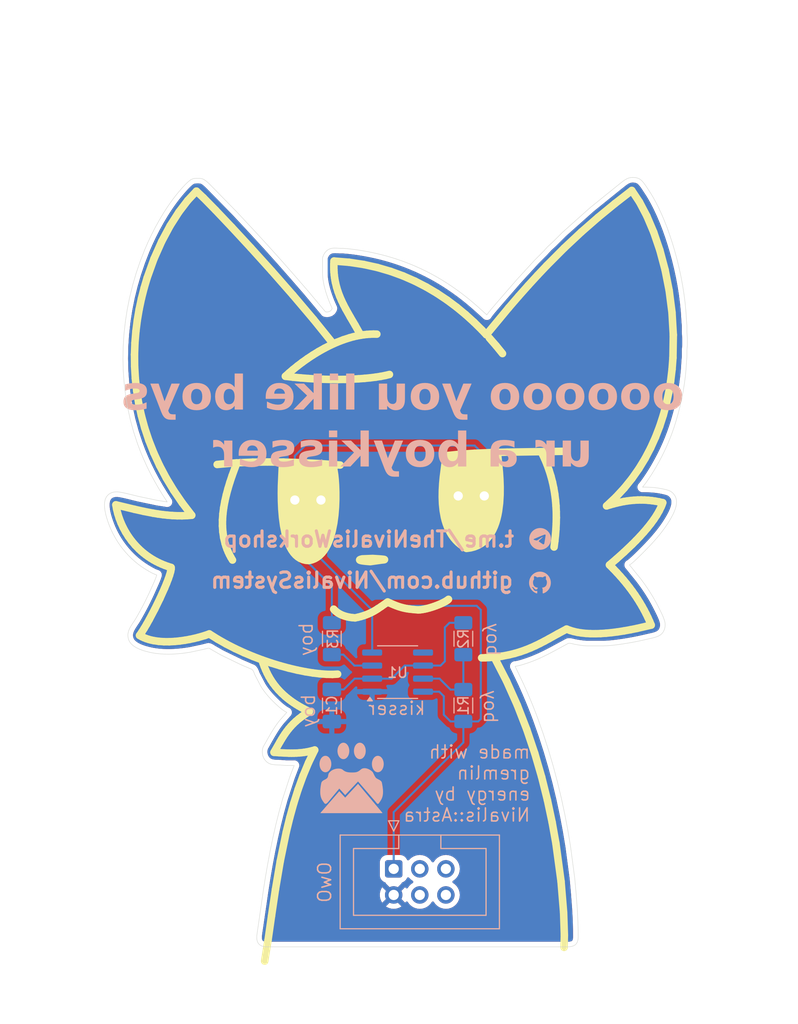
<source format=kicad_pcb>
(kicad_pcb (version 20240108) (generator "pcbnew") (generator_version "8.0")
  (layers (0 "F.Cu" signal) (31 "B.Cu" signal) (34 "B.Paste" user) (35 "F.Paste" user) (36 "B.SilkS" user "B.Silkscreen") (37 "F.SilkS" user "F.Silkscreen") (38 "B.Mask" user) (39 "F.Mask" user) (44 "Edge.Cuts" user))
  (net 0 "")
  (net 1 "+3V3")
  (net 2 "Net-(U1-THR)")
  (net 3 "GND")
  (net 4 "Net-(D1-A)")
  (net 5 "Net-(U1-OUT)")
  (net 11 "Net-(U1-DIS)")
  (footprint "LED_THT:LED_D5.0mm" (layer "F.Cu") (at 131 94)
    (property "Reference" "D2" (hide yes))
    (property "Value" "LED" (hide yes))
  )
  (footprint "LED_THT:LED_D5.0mm" (layer "F.Cu") (at 146.9 93.6)
    (property "Reference" "D1" (hide yes))
    (property "Value" "LED" (hide yes))
  )
  (footprint "Nivalis:Boy-Kisser" (layer "F.Cu") (at 112.206532 62.32637)
    (property "Reference" "N1" (hide yes))
    (property "Value" "Outline")
    (fp_poly (pts (xy 51.748128 0.276198) (xy 51.866221 0.283281) (xy 51.921598 0.289358) (xy 51.974691 0.297119) (xy 52.02562 0.306563) (xy 52.074506 0.317685) (xy 52.12147 0.330483) (xy 52.166634 0.344954) (xy 52.210118 0.361093) (xy 52.252043 0.378898) (xy 52.292531 0.398366) (xy 52.331701 0.419493) (xy 52.369676 0.442276) (xy 52.406577 0.466712) (xy 52.477637 0.520529) (xy 52.545851 0.580917) (xy 52.612185 0.647852) (xy 52.677609 0.721307) (xy 52.74309 0.801255) (xy 52.809596 0.887672) (xy 52.949556 1.079804) (xy 53.447813 1.841803) (xy 53.636682 2.159634) (xy 53.819035 2.484084) (xy 53.994993 2.814554) (xy 54.164677 3.15045) (xy 54.485714 3.836134) (xy 54.783116 4.536369) (xy 55.057855 5.246386) (xy 55.310906 5.96142) (xy 55.543239 6.676701) (xy 55.755827 7.387463) (xy 55.981604 8.214695) (xy 56.187349 9.055103) (xy 56.371483 9.905632) (xy 56.532431 10.763225) (xy 56.668613 11.624826) (xy 56.778454 12.48738) (xy 56.860374 13.34783) (xy 56.912798 14.203121) (xy 56.953436 14.668787) (xy 56.953436 15.303786) (xy 56.995771 15.981119) (xy 56.995771 16.616119) (xy 56.954282 17.081784) (xy 56.954282 17.759116) (xy 56.912798 18.224782) (xy 56.867066 18.958526) (xy 56.794912 19.692359) (xy 56.697695 20.424981) (xy 56.576776 21.155093) (xy 56.433512 21.881394) (xy 56.269263 22.602586) (xy 56.085389 23.317369) (xy 55.883249 24.024442) (xy 55.695406 24.61821) (xy 55.492223 25.198503) (xy 55.273205 25.767367) (xy 55.037856 26.326845) (xy 54.785679 26.87898) (xy 54.516178 27.425817) (xy 54.228859 27.9694) (xy 53.923223 28.511771) (xy 53.793625 28.730709) (xy 53.645031 28.973435) (xy 53.482458 29.230796) (xy 53.310921 29.493638) (xy 53.135436 29.75281) (xy 52.961017 29.999157) (xy 52.792681 30.223528) (xy 52.712361 30.324611) (xy 52.635442 30.416768) (xy 52.906332 30.41842) (xy 53.168392 30.42419) (xy 53.424379 30.435297) (xy 53.677052 30.452963) (xy 53.929169 30.478408) (xy 54.183489 30.512852) (xy 54.442771 30.557516) (xy 54.709772 30.61362) (xy 54.869205 30.650682) (xy 55.016713 30.688826) (xy 55.08646 30.709634) (xy 55.153784 30.732308) (xy 55.21887 30.757382) (xy 55.281905 30.785385) (xy 55.343074 30.816852) (xy 55.402565 30.852313) (xy 55.460562 30.892302) (xy 55.517252 30.937349) (xy 55.57282 30.987987) (xy 55.627454 31.044748) (xy 55.681338 31.108164) (xy 55.734659 31.178767) (xy 55.776304 31.241429) (xy 55.812856 31.30552) (xy 55.844495 31.370937) (xy 55.871401 31.437577) (xy 55.893755 31.505337) (xy 55.911738 31.574112) (xy 55.925528 31.643799) (xy 55.935307 31.714296) (xy 55.941255 31.785499) (xy 55.943552 31.857304) (xy 55.942379 31.929607) (xy 55.937915 32.002307) (xy 55.919839 32.148478) (xy 55.890765 32.29499) (xy 55.852137 32.441016) (xy 55.805396 32.585729) (xy 55.751985 32.728301) (xy 55.693347 32.867905) (xy 55.630923 33.003714) (xy 55.566157 33.1349) (xy 55.435365 33.380098) (xy 55.299874 33.616333) (xy 55.158119 33.848575) (xy 55.010465 34.076978) (xy 54.857278 34.301694) (xy 54.698921 34.522878) (xy 54.535759 34.740684) (xy 54.368158 34.955265) (xy 54.196481 35.166775) (xy 53.842359 35.581198) (xy 53.476312 35.985182) (xy 53.101255 36.379959) (xy 52.720106 36.766759) (xy 52.434026 37.052285) (xy 52.248694 37.234155) (xy 52.050712 37.424091) (xy 51.851737 37.60859) (xy 51.663429 37.774148) (xy 51.576917 37.845604) (xy 51.497444 37.907262) (xy 51.426467 37.957432) (xy 51.365442 37.994428) (xy 52.428854 39.306756) (xy 52.673396 39.633682) (xy 52.911117 39.965007) (xy 53.141584 40.300966) (xy 53.364368 40.641791) (xy 53.579035 40.987716) (xy 53.785154 41.338973) (xy 53.982294 41.695797) (xy 54.170023 42.058419) (xy 54.363056 42.440637) (xy 54.47105 42.661621) (xy 54.577005 42.892069) (xy 54.626947 43.008394) (xy 54.673653 43.124145) (xy 54.716216 43.238344) (xy 54.753726 43.35001) (xy 54.785276 43.458163) (xy 54.809957 43.561825) (xy 54.82686 43.660014) (xy 54.835077 43.751752) (xy 54.836413 43.801721) (xy 54.836235 43.850039) (xy 54.83446 43.897195) (xy 54.831002 43.943681) (xy 54.825779 43.989989) (xy 54.818705 44.03661) (xy 54.809697 44.084034) (xy 54.798669 44.132753) (xy 54.780071 44.20211) (xy 54.759087 44.267864) (xy 54.735785 44.330133) (xy 54.710233 44.389038) (xy 54.682497 44.444699) (xy 54.652645 44.497233) (xy 54.620745 44.546762) (xy 54.586865 44.593404) (xy 54.551072 44.637279) (xy 54.513433 44.678507) (xy 54.474016 44.717206) (xy 54.432889 44.753498) (xy 54.390118 44.7875) (xy 54.345772 44.819334) (xy 54.299918 44.849117) (xy 54.252624 44.87697) (xy 54.203957 44.903013) (xy 54.153984 44.927364) (xy 54.102774 44.950144) (xy 54.050393 44.971471) (xy 53.94239 45.010248) (xy 53.830515 45.04465) (xy 53.71531 45.075634) (xy 53.597313 45.104156) (xy 53.355108 45.15764) (xy 52.677774 45.313005) (xy 52.269923 45.401826) (xy 51.79867 45.495097) (xy 51.285191 45.587822) (xy 50.750657 45.675006) (xy 50.216242 45.751654) (xy 49.70312 45.812768) (xy 49.232463 45.853355) (xy 49.019676 45.864388) (xy 48.825445 45.868417) (xy 47.216779 45.868417) (xy 47.09273 45.863258) (xy 46.948287 45.851511) (xy 46.790201 45.834485) (xy 46.625225 45.81349) (xy 46.46011 45.789835) (xy 46.301608 45.764832) (xy 46.15647 45.739789) (xy 46.03145 45.716016) (xy 45.709027 45.64135) (xy 45.665412 45.63319) (xy 45.622332 45.626342) (xy 45.580169 45.621123) (xy 45.539304 45.617848) (xy 45.500119 45.616833) (xy 45.462994 45.618393) (xy 45.428311 45.622844) (xy 45.412004 45.626252) (xy 45.396452 45.630502) (xy 44.041784 46.36329) (xy 43.724154 46.532691) (xy 43.403915 46.697969) (xy 43.080878 46.858138) (xy 42.754853 47.012209) (xy 42.425654 47.159196) (xy 42.093091 47.298112) (xy 41.756976 47.427969) (xy 41.41712 47.54778) (xy 41.140293 47.63871) (xy 40.986077 47.686851) (xy 40.827153 47.733568) (xy 40.667892 47.776456) (xy 40.512664 47.813107) (xy 40.437928 47.828343) (xy 40.36584 47.841117) (xy 40.296945 47.851129) (xy 40.23179 47.858079) (xy 41.022997 49.50908) (xy 41.410884 50.375748) (xy 41.782616 51.251622) (xy 41.96209 51.692367) (xy 42.137124 52.134641) (xy 42.307584 52.578184) (xy 42.473337 53.02274) (xy 43.003621 54.530141) (xy 43.493548 56.050345) (xy 43.943838 57.582346) (xy 44.355209 59.125137) (xy 44.728381 60.677712) (xy 45.064074 62.239062) (xy 45.363006 63.80818) (xy 45.625898 65.384061) (xy 46.03441 68.474393) (xy 46.162589 69.901828) (xy 46.271795 71.327756) (xy 46.314349 72.041272) (xy 46.346236 72.75575) (xy 46.365483 73.471638) (xy 46.370115 74.189382) (xy 46.368831 74.253813) (xy 46.365612 74.31576) (xy 46.360454 74.375253) (xy 46.353355 74.43232) (xy 46.344312 74.48699) (xy 46.333321 74.539293) (xy 46.32038 74.589256) (xy 46.305485 74.63691) (xy 46.288634 74.682284) (xy 46.269824 74.725405) (xy 46.24905 74.766304) (xy 46.226312 74.805008) (xy 46.201604 74.841548) (xy 46.174926 74.875952) (xy 46.146272 74.90825) (xy 46.115641 74.938469) (xy 46.083029 74.96664) (xy 46.048433 74.99279) (xy 46.011851 75.01695) (xy 45.973279 75.039148) (xy 45.932714 75.059413) (xy 45.890154 75.077774) (xy 45.845595 75.09426) (xy 45.799033 75.1089) (xy 45.750467 75.121723) (xy 45.699894 75.132758) (xy 45.647309 75.142034) (xy 45.59271 75.14958) (xy 45.477459 75.159599) (xy 45.354116 75.163045) (xy 16.101817 75.163045) (xy 16.007968 75.161032) (xy 15.916675 75.155059) (xy 15.828279 75.144745) (xy 15.743122 75.129714) (xy 15.661547 75.109585) (xy 15.583896 75.08398) (xy 15.510511 75.052519) (xy 15.475526 75.034475) (xy 15.441735 75.014825) (xy 15.409183 74.993522) (xy 15.377911 74.970518) (xy 15.347962 74.945766) (xy 15.319379 74.919219) (xy 15.292205 74.890829) (xy 15.266483 74.860549) (xy 15.242255 74.828332) (xy 15.219565 74.79413) (xy 15.198455 74.757896) (xy 15.178967 74.719582) (xy 15.161145 74.679142) (xy 15.145032 74.636527) (xy 15.13067 74.591691) (xy 15.118101 74.544586) (xy 15.10737 74.495165) (xy 15.098518 74.44338) (xy 15.091559 74.382211) (xy 15.087931 74.316293) (xy 15.087312 74.246276) (xy 15.089384 74.172806) (xy 15.093824 74.096534) (xy 15.100312 74.018107) (xy 15.11815 73.857386) (xy 15.140335 73.695831) (xy 15.1643 73.538631) (xy 15.207314 73.258054) (xy 15.551485 70.887387) (xy 15.730666 69.641571) (xy 15.931234 68.369481) (xy 16.153501 67.081557) (xy 16.397779 65.788236) (xy 16.664382 64.499955) (xy 16.953622 63.227152) (xy 17.265811 61.980265) (xy 17.601263 60.769731) (xy 18.305263 58.610734) (xy 18.72648 57.510068) (xy 17.922147 57.510068) (xy 17.414148 57.46943) (xy 17.192309 57.46134) (xy 17.069538 57.456325) (xy 16.94372 57.449479) (xy 16.818498 57.439915) (xy 16.697512 57.426743) (xy 16.639746 57.418528) (xy 16.584405 57.409078) (xy 16.531943 57.398282) (xy 16.482816 57.386029) (xy 16.416592 57.365721) (xy 16.352796 57.341805) (xy 16.291459 57.31443) (xy 16.232611 57.283747) (xy 16.176282 57.249905) (xy 16.122503 57.213055) (xy 16.071303 57.173346) (xy 16.022713 57.130927) (xy 15.976763 57.085949) (xy 15.933483 57.038562) (xy 15.892903 56.988916) (xy 15.855053 56.937159) (xy 15.819964 56.883443) (xy 15.787665 56.827917) (xy 15.758187 56.77073) (xy 15.73156 56.712033) (xy 15.707814 56.651976) (xy 15.686979 56.590708) (xy 15.669085 56.528379) (xy 15.654163 56.465139) (xy 15.642243 56.401137) (xy 15.633355 56.336525) (xy 15.627528 56.27145) (xy 15.624794 56.206064) (xy 15.625182 56.140517) (xy 15.628722 56.074957) (xy 15.635445 56.009535) (xy 15.645381 55.944401) (xy 15.658559 55.879704) (xy 15.675011 55.815594) (xy 15.694766 55.752222) (xy 15.717854 55.689736) (xy 16.192834 54.843072) (xy 16.449321 54.40168) (xy 16.578447 54.186814) (xy 16.710253 53.975133) (xy 16.846304 53.76611) (xy 16.98817 53.559221) (xy 17.137418 53.35394) (xy 17.295616 53.149739) (xy 18.006815 52.34541) (xy 17.935639 52.30869) (xy 17.86371 52.268004) (xy 17.791258 52.223742) (xy 17.718512 52.176295) (xy 17.645701 52.126053) (xy 17.573055 52.073405) (xy 17.500804 52.018742) (xy 17.429177 51.962453) (xy 17.288711 51.84656) (xy 17.153494 51.728847) (xy 17.025362 51.612433) (xy 16.906149 51.50044) (xy 16.702485 51.302628) (xy 16.503341 51.100803) (xy 16.309743 50.894207) (xy 16.215345 50.788882) (xy 16.122719 50.68208) (xy 16.031992 50.573705) (xy 15.943294 50.463663) (xy 15.856753 50.351858) (xy 15.772497 50.238196) (xy 15.690654 50.122582) (xy 15.611353 50.004921) (xy 15.534723 49.885118) (xy 15.46089 49.763078) (xy 14.910557 48.704747) (xy 14.882209 48.636257) (xy 14.853554 48.561953) (xy 14.823449 48.484751) (xy 14.790755 48.407569) (xy 14.773081 48.369896) (xy 14.754331 48.333323) (xy 14.734363 48.298213) (xy 14.713034 48.264931) (xy 14.690203 48.233842) (xy 14.665725 48.20531) (xy 14.652825 48.192117) (xy 14.63946 48.1797) (xy 14.625612 48.168104) (xy 14.611263 48.157376) (xy 13.477153 47.670964) (xy 11.572156 46.74429) (xy 10.767824 46.283284) (xy 10.680366 46.228521) (xy 10.62931 46.196896) (xy 10.575842 46.165544) (xy 10.548784 46.150697) (xy 10.52182 46.136791) (xy 10.49518 46.124117) (xy 10.469096 46.112965) (xy 10.443802 46.103625) (xy 10.419528 46.09639) (xy 10.396507 46.09155) (xy 10.385539 46.090118) (xy 10.374971 46.089395) (xy 9.794159 46.233754) (xy 8.608826 46.486058) (xy 8.105762 46.562084) (xy 7.592702 46.621432) (xy 7.073182 46.661035) (xy 6.812106 46.672474) (xy 6.550741 46.677828) (xy 6.28953 46.676712) (xy 6.028915 46.668745) (xy 5.769338 46.653542) (xy 5.511241 46.630719) (xy 5.255066 46.599895) (xy 5.001256 46.560686) (xy 4.750253 46.512708) (xy 4.502498 46.455579) (xy 4.241656 46.38587) (xy 4.104194 46.344993) (xy 3.964045 46.299627) (xy 3.822716 46.249417) (xy 3.681712 46.194007) (xy 3.542538 46.133042) (xy 3.406701 46.066166) (xy 3.275706 45.993025) (xy 3.151058 45.913263) (xy 3.034263 45.826525) (xy 2.926827 45.732455) (xy 2.877089 45.682559) (xy 2.830255 45.630698) (xy 2.786514 45.576825) (xy 2.746054 45.520898) (xy 2.709062 45.462871) (xy 2.675728 45.402701) (xy 2.646239 45.340342) (xy 2.620784 45.27575) (xy 2.595411 45.197618) (xy 2.57527 45.12082) (xy 2.560144 45.045302) (xy 2.549822 44.971007) (xy 2.544088 44.897878) (xy 2.542728 44.82586) (xy 2.545529 44.754896) (xy 2.552277 44.684931) (xy 2.562757 44.615907) (xy 2.576755 44.547769) (xy 2.594058 44.480461) (xy 2.614451 44.413926) (xy 2.663653 44.282951) (xy 2.722648 44.154395) (xy 2.789725 44.027809) (xy 2.863171 43.902742) (xy 3.022322 43.655371) (xy 3.186404 43.408684) (xy 3.266014 43.284474) (xy 3.34172 43.159085) (xy 3.539161 42.813816) (xy 3.732535 42.465521) (xy 3.921583 42.114388) (xy 4.106047 41.760605) (xy 4.285669 41.404362) (xy 4.460191 41.045847) (xy 4.629356 40.685249) (xy 4.792904 40.322755) (xy 5.097863 39.640503) (xy 5.178927 39.448992) (xy 5.251354 39.267091) (xy 5.309861 39.103792) (xy 5.332243 39.03193) (xy 5.349164 38.968091) (xy 5.266256 38.941378) (xy 5.176083 38.906903) (xy 5.079774 38.865537) (xy 4.978457 38.818151) (xy 4.87326 38.765616) (xy 4.765312 38.708802) (xy 4.545678 38.585821) (xy 4.328585 38.456172) (xy 4.12306 38.326821) (xy 3.938133 38.204732) (xy 3.782833 38.096871) (xy 3.513785 37.895758) (xy 3.252931 37.684022) (xy 3.00056 37.462096) (xy 2.756958 37.230409) (xy 2.522412 36.989393) (xy 2.297209 36.739479) (xy 2.081637 36.481098) (xy 1.875983 36.214681) (xy 1.680533 35.940659) (xy 1.495574 35.659463) (xy 1.321395 35.371524) (xy 1.158281 35.077272) (xy 1.006521 34.77714) (xy 0.866401 34.471557) (xy 0.738208 34.160955) (xy 0.622229 33.845765) (xy 0.505705 33.491823) (xy 0.447132 33.293702) (xy 0.392102 33.085598) (xy 0.343424 32.870601) (xy 0.303909 32.6518) (xy 0.276368 32.432283) (xy 0.263614 32.215139) (xy 0.268455 32.003458) (xy 0.278353 31.90063) (xy 0.293704 31.800327) (xy 0.31486 31.702933) (xy 0.342172 31.608835) (xy 0.375991 31.51842) (xy 0.416668 31.432072) (xy 0.464556 31.350179) (xy 0.520005 31.273126) (xy 0.583368 31.2013) (xy 0.654994 31.135086) (xy 0.735236 31.074871) (xy 0.824445 31.021041) (xy 0.922972 30.973982) (xy 1.031169 30.934079) (xy 1.063575 30.924342) (xy 1.095589 30.915869) (xy 1.127277 30.908575) (xy 1.158705 30.902376) (xy 1.189936 30.897187) (xy 1.221036 30.892922) (xy 1.252071 30.889497) (xy 1.283105 30.886826) (xy 1.345432 30.883409) (xy 1.408537 30.881991) (xy 1.539168 30.882434) (xy 1.619497 30.886973) (xy 1.716718 30.898309) (xy 1.952692 30.938155) (xy 2.2288 30.995543) (xy 2.526751 31.064044) (xy 3.571166 31.320582) (xy 5.43383 31.710897) (xy 6.365163 31.856099) (xy 5.931007 31.185998) (xy 5.515415 30.504749) (xy 5.119488 29.812357) (xy 4.744327 29.108828) (xy 4.391034 28.394167) (xy 4.060711 27.668379) (xy 3.754458 26.931468) (xy 3.473376 26.18344) (xy 3.096703 25.03255) (xy 2.779603 23.867545) (xy 2.521305 22.690694) (xy 2.321038 21.504263) (xy 2.178029 20.31052) (xy 2.091509 19.111731) (xy 2.060704 17.910165) (xy 2.084844 16.708087) (xy 2.163158 15.507766) (xy 2.294874 14.311468) (xy 2.47922 13.12146) (xy 2.715425 11.94001) (xy 3.002718 10.769385) (xy 3.340327 9.611852) (xy 3.727481 8.469678) (xy 4.163408 7.34513) (xy 4.47213 6.630062) (xy 4.813271 5.904323) (xy 5.184168 5.176371) (xy 5.582156 4.454666) (xy 6.004572 3.747664) (xy 6.224107 3.402321) (xy 6.448751 3.063826) (xy 6.67817 2.733235) (xy 6.91203 2.411608) (xy 7.15 2.1) (xy 7.391745 1.799469) (xy 7.516017 1.650397) (xy 7.669563 1.470255) (xy 7.843995 1.271986) (xy 8.030924 1.068532) (xy 8.126453 0.968906) (xy 8.22196 0.872838) (xy 8.316397 0.781945) (xy 8.408716 0.697845) (xy 8.497866 0.622156) (xy 8.5828 0.556497) (xy 8.66247 0.502485) (xy 8.735826 0.461738) (xy 8.767669 0.44709) (xy 8.799118 0.433897) (xy 8.830254 0.422082) (xy 8.861159 0.411573) (xy 8.891916 0.402293) (xy 8.922605 0.39417) (xy 8.95331 0.387128) (xy 8.984111 0.381093) (xy 9.015091 0.37599) (xy 9.046331 0.371746) (xy 9.077914 0.368286) (xy 9.10992 0.365535) (xy 9.175534 0.361864) (xy 9.243826 0.360138) (xy 9.394294 0.359179) (xy 9.469449 0.360681) (xy 9.544286 0.364847) (xy 9.581524 0.368244) (xy 9.618608 0.372685) (xy 9.655513 0.378295) (xy 9.692215 0.3852) (xy 9.728688 0.393527) (xy 9.764909 0.403401) (xy 9.800852 0.414948) (xy 9.836492 0.428294) (xy 9.869443 0.442444) (xy 9.902858 0.458551) (xy 9.970902 0.496217) (xy 10.040258 0.540458) (xy 10.110561 0.590437) (xy 10.181443 0.645321) (xy 10.252541 0.704273) (xy 10.323487 0.766459) (xy 10.393916 0.831043) (xy 10.531758 0.964063) (xy 10.663142 1.096651) (xy 10.894824 1.333803) (xy 12.553018 3.027135) (xy 13.134678 3.6198) (xy 14.870342 5.482465) (xy 16.184109 6.912) (xy 17.481723 8.357688) (xy 18.765764 9.81568) (xy 20.038812 11.282125) (xy 21.77006 13.34995) (xy 21.86 13.37) (xy 21.98 13.37) (xy 22.07 13.35) (xy 22.14 13.33) (xy 22.22 13.29) (xy 22.3 13.23) (xy 22.34 13.18) (xy 22.37 13.13) (xy 22.4 13.08) (xy 22.423587 13.01648) (xy 22.219519 12.556601) (xy 22.121393 12.316413) (xy 22.027059 12.070975) (xy 21.937406 11.821472) (xy 21.853322 11.569092) (xy 21.775698 11.315019) (xy 21.705422 11.060442) (xy 21.643383 10.806545) (xy 21.590472 10.554515) (xy 21.547577 10.305539) (xy 21.515587 10.060802) (xy 21.495392 9.821491) (xy 21.48788 9.588793) (xy 21.48788 8.107128) (xy 21.496537 8.073797) (xy 21.506138 8.040365) (xy 21.516652 8.006899) (xy 21.528051 7.973468) (xy 21.540306 7.940138) (xy 21.553387 7.906977) (xy 21.567266 7.874053) (xy 21.581913 7.841434) (xy 21.5973 7.809187) (xy 21.613396 7.777379) (xy 21.630174 7.746079) (xy 21.647603 7.715354) (xy 21.665655 7.685271) (xy 21.6843 7.655898) (xy 21.70351 7.627302) (xy 21.723255 7.599552) (xy 21.759395 7.552518) (xy 21.796287 7.508738) (xy 21.833916 7.468104) (xy 21.872264 7.430509) (xy 21.911316 7.395846) (xy 21.951054 7.364007) (xy 21.991463 7.334885) (xy 22.032525 7.308372) (xy 22.074225 7.284362) (xy 22.116546 7.262746) (xy 22.159472 7.243418) (xy 22.202986 7.22627) (xy 22.247072 7.211194) (xy 22.291713 7.198084) (xy 22.336892 7.186832) (xy 22.382595 7.177331) (xy 22.475501 7.163151) (xy 22.5703 7.154685) (xy 22.66686 7.151075) (xy 22.765049 7.151461) (xy 22.864737 7.154985) (xy 22.965792 7.160789) (xy 23.171476 7.175796) (xy 23.510143 7.175796) (xy 23.850493 7.203956) (xy 24.190948 7.238912) (xy 24.531214 7.280199) (xy 24.870999 7.327349) (xy 25.21001 7.379897) (xy 25.547954 7.437376) (xy 25.884539 7.49932) (xy 26.219473 7.565262) (xy 26.736137 7.676791) (xy 27.249781 7.800821) (xy 27.760126 7.937273) (xy 28.266889 8.086068) (xy 28.76979 8.247126) (xy 29.268548 8.420368) (xy 29.762882 8.605715) (xy 30.252512 8.803088) (xy 30.737155 9.012406) (xy 31.216532 9.233591) (xy 31.690362 9.466563) (xy 32.158363 9.711242) (xy 32.620254 9.967551) (xy 33.075755 10.235408) (xy 33.524585 10.514735) (xy 33.966463 10.805452) (xy 34.465401 11.150986) (xy 34.928382 11.487878) (xy 35.364852 11.821932) (xy 35.784256 12.158953) (xy 36.19604 12.504745) (xy 36.609649 12.865112) (xy 37.03453 13.245858) (xy 37.480127 13.652788) (xy 37.520891 13.590987) (xy 37.567159 13.525193) (xy 37.673458 13.383945) (xy 37.793529 13.233689) (xy 37.921875 13.079066) (xy 38.408071 12.50979) (xy 40.39435 10.223792) (xy 42.138479 8.318795) (xy 42.98303 7.472129) (xy 43.407209 7.006886) (xy 43.872453 6.582707) (xy 44.846117 5.613275) (xy 47.555448 3.196468) (xy 50.264776 1.0108) (xy 50.420236 0.889437) (xy 50.575086 0.765062) (xy 50.731613 0.643396) (xy 50.81122 0.585366) (xy 50.892103 0.530159) (xy 50.97455 0.478488) (xy 51.058844 0.43107) (xy 51.145274 0.388619) (xy 51.189378 0.369479) (xy 51.234124 0.35185) (xy 51.279545 0.335819) (xy 51.325679 0.321478) (xy 51.372562 0.308914) (xy 51.420228 0.298218) (xy 51.468713 0.289478) (xy 51.518054 0.282785) (xy 51.568285 0.278227) (xy 51.619444 0.275895)) (stroke (width 0.042333)) (fill none) (layer "Edge.Cuts"))
  )
  (footprint "Resistor_SMD:R_1206_3216Metric_Pad1.30x1.75mm_HandSolder" (layer "B.Cu") (at 147.4 107.5 90)
    (property "Reference" "R2")
    (property "Value" "470K" (hide yes))
  )
  (footprint "Connector_IDC:IDC-Header_2x03_P2.54mm_Vertical" (layer "B.Cu") (at 140.62 129.9 -90)
    (property "Reference" "J1" (hide yes))
    (property "Value" "SAO" (hide yes))
  )
  (footprint "Resistor_SMD:R_1206_3216Metric_Pad1.30x1.75mm_HandSolder" (layer "B.Cu") (at 134.6 107.5 90)
    (property "Reference" "R3")
    (property "Value" "330R" (hide yes))
  )
  (footprint "Resistor_SMD:R_1206_3216Metric_Pad1.30x1.75mm_HandSolder" (layer "B.Cu") (at 147.4 114 90)
    (property "Reference" "R1")
    (property "Value" "1K" (hide yes))
  )
  (footprint "Capacitor_SMD:C_1206_3216Metric_Pad1.33x1.80mm_HandSolder" (layer "B.Cu") (at 134.6 114 -90)
    (property "Reference" "C1")
    (property "Value" "1u" (hide yes))
  )
  (footprint "Package_SO:SOIC-8_3.9x4.9mm_P1.27mm" (layer "B.Cu") (at 141 110.75)
    (property "Reference" "U1")
    (property "Value" "555" (hide yes))
  )
  (gr_poly (pts (xy 135.752778 117.646174) (xy 135.780754 117.64917) (xy 135.808324 117.654104) (xy 135.835452 117.660928) (xy 135.862104 117.669591) (xy 135.888245 117.680047) (xy 135.913842 117.692245) (xy 135.938858 117.706137) (xy 135.96326 117.721675) (xy 135.987013 117.738809) (xy 136.010082 117.757491) (xy 136.032433 117.777673) (xy 136.054031 117.799305) (xy 136.074842 117.822338) (xy 136.09483 117.846724) (xy 136.113962 117.872415) (xy 136.132202 117.899361) (xy 136.149517 117.927513) (xy 136.165871 117.956824) (xy 136.181229 117.987243) (xy 136.195558 118.018723) (xy 136.208823 118.051215) (xy 136.220988 118.084669) (xy 136.23202 118.119038) (xy 136.241884 118.154272) (xy 136.250545 118.190322) (xy 136.257968 118.227141) (xy 136.264119 118.264679) (xy 136.268964 118.302887) (xy 136.272467 118.341717) (xy 136.274594 118.381119) (xy 136.275311 118.421046) (xy 136.272467 118.500375) (xy 136.264119 118.577413) (xy 136.250545 118.651769) (xy 136.23202 118.723054) (xy 136.208823 118.790877) (xy 136.181229 118.854849) (xy 136.149517 118.914579) (xy 136.113962 118.969677) (xy 136.074842 119.019754) (xy 136.032433 119.064419) (xy 136.010082 119.084601) (xy 135.987013 119.103283) (xy 135.96326 119.120417) (xy 135.938858 119.135955) (xy 135.913842 119.149847) (xy 135.888245 119.162045) (xy 135.862104 119.172501) (xy 135.835452 119.181164) (xy 135.808324 119.187988) (xy 135.780754 119.192922) (xy 135.752778 119.195918) (xy 135.72443 119.196927) (xy 135.696082 119.195918) (xy 135.668106 119.192922) (xy 135.640536 119.187988) (xy 135.613408 119.181164) (xy 135.586756 119.172501) (xy 135.560615 119.162045) (xy 135.535018 119.149847) (xy 135.510002 119.135955) (xy 135.4856 119.120417) (xy 135.461847 119.103283) (xy 135.438778 119.084601) (xy 135.416427 119.064419) (xy 135.394829 119.042787) (xy 135.374018 119.019754) (xy 135.35403 118.995368) (xy 135.334898 118.969677) (xy 135.316658 118.942731) (xy 135.299343 118.914579) (xy 135.282989 118.885268) (xy 135.267631 118.854849) (xy 135.253302 118.823369) (xy 135.240037 118.790877) (xy 135.227872 118.757423) (xy 135.21684 118.723054) (xy 135.206976 118.68782) (xy 135.198315 118.651769) (xy 135.190892 118.614951) (xy 135.184741 118.577413) (xy 135.179896 118.539205) (xy 135.176393 118.500375) (xy 135.174266 118.460973) (xy 135.173549 118.421046) (xy 135.176393 118.341717) (xy 135.184741 118.264679) (xy 135.198315 118.190322) (xy 135.21684 118.119038) (xy 135.240037 118.051215) (xy 135.267631 117.987243) (xy 135.299343 117.927513) (xy 135.334898 117.872415) (xy 135.374018 117.822338) (xy 135.416427 117.777673) (xy 135.438778 117.757491) (xy 135.461847 117.738809) (xy 135.4856 117.721675) (xy 135.510002 117.706137) (xy 135.535018 117.692245) (xy 135.560615 117.680047) (xy 135.586756 117.669591) (xy 135.613408 117.660928) (xy 135.640536 117.654104) (xy 135.668106 117.64917) (xy 135.696082 117.646174) (xy 135.72443 117.645164)) (stroke (width 0.048237)) (fill solid) (layer "B.SilkS"))
  (gr_poly (pts (xy 137.352778 117.646174) (xy 137.380754 117.64917) (xy 137.408324 117.654104) (xy 137.435452 117.660928) (xy 137.462104 117.669591) (xy 137.488245 117.680047) (xy 137.513842 117.692245) (xy 137.538858 117.706137) (xy 137.56326 117.721675) (xy 137.587013 117.738809) (xy 137.610082 117.757491) (xy 137.632433 117.777673) (xy 137.654031 117.799305) (xy 137.674842 117.822338) (xy 137.69483 117.846724) (xy 137.713962 117.872415) (xy 137.732202 117.899361) (xy 137.749517 117.927513) (xy 137.765871 117.956824) (xy 137.781229 117.987243) (xy 137.795558 118.018723) (xy 137.808823 118.051215) (xy 137.820988 118.084669) (xy 137.83202 118.119038) (xy 137.841884 118.154272) (xy 137.850545 118.190322) (xy 137.857968 118.227141) (xy 137.864119 118.264679) (xy 137.868964 118.302887) (xy 137.872467 118.341717) (xy 137.874594 118.381119) (xy 137.875311 118.421046) (xy 137.872467 118.500375) (xy 137.864119 118.577413) (xy 137.850545 118.651769) (xy 137.83202 118.723054) (xy 137.808823 118.790877) (xy 137.781229 118.854849) (xy 137.749517 118.914579) (xy 137.713962 118.969677) (xy 137.674842 119.019754) (xy 137.632433 119.064419) (xy 137.610082 119.084601) (xy 137.587013 119.103283) (xy 137.56326 119.120417) (xy 137.538858 119.135955) (xy 137.513842 119.149847) (xy 137.488245 119.162045) (xy 137.462104 119.172501) (xy 137.435452 119.181164) (xy 137.408324 119.187988) (xy 137.380754 119.192922) (xy 137.352778 119.195918) (xy 137.32443 119.196927) (xy 137.296082 119.195918) (xy 137.268106 119.192922) (xy 137.240536 119.187988) (xy 137.213408 119.181164) (xy 137.186756 119.172501) (xy 137.160615 119.162045) (xy 137.135018 119.149847) (xy 137.110002 119.135955) (xy 137.0856 119.120417) (xy 137.061847 119.103283) (xy 137.038778 119.084601) (xy 137.016427 119.064419) (xy 136.994829 119.042787) (xy 136.974018 119.019754) (xy 136.95403 118.995368) (xy 136.934898 118.969677) (xy 136.916658 118.942731) (xy 136.899343 118.914579) (xy 136.882989 118.885268) (xy 136.867631 118.854849) (xy 136.853302 118.823369) (xy 136.840037 118.790877) (xy 136.827872 118.757423) (xy 136.81684 118.723054) (xy 136.806976 118.68782) (xy 136.798315 118.651769) (xy 136.790892 118.614951) (xy 136.784741 118.577413) (xy 136.779896 118.539205) (xy 136.776393 118.500375) (xy 136.774266 118.460973) (xy 136.773549 118.421046) (xy 136.776393 118.341717) (xy 136.784741 118.264679) (xy 136.798315 118.190322) (xy 136.81684 118.119038) (xy 136.840037 118.051215) (xy 136.867631 117.987243) (xy 136.899343 117.927513) (xy 136.934898 117.872415) (xy 136.974018 117.822338) (xy 137.016427 117.777673) (xy 137.038778 117.757491) (xy 137.061847 117.738809) (xy 137.0856 117.721675) (xy 137.110002 117.706137) (xy 137.135018 117.692245) (xy 137.160615 117.680047) (xy 137.186756 117.669591) (xy 137.213408 117.660928) (xy 137.240536 117.654104) (xy 137.268106 117.64917) (xy 137.296082 117.646174) (xy 137.32443 117.645164)) (stroke (width 0.048237)) (fill solid) (layer "B.SilkS"))
  (gr_poly (pts (xy 137.835967 120.126063) (xy 137.87845 120.130438) (xy 137.920878 120.13714) (xy 137.96313 120.146008) (xy 138.005084 120.156883) (xy 138.046621 120.169604) (xy 138.08762 120.184009) (xy 138.127961 120.199938) (xy 138.206185 120.235725) (xy 138.280328 120.275681) (xy 138.349428 120.318518) (xy 138.412518 120.362953) (xy 138.468636 120.407698) (xy 138.516817 120.451469) (xy 138.556097 120.492981) (xy 138.569129 120.511203) (xy 138.582309 120.532615) (xy 138.595756 120.556966) (xy 138.609591 120.584007) (xy 138.671198 120.714081) (xy 138.707441 120.788773) (xy 138.748589 120.867239) (xy 138.771301 120.907265) (xy 138.795599 120.947485) (xy 138.821602 120.987652) (xy 138.84943 121.027515) (xy 138.862558 121.044052) (xy 138.877302 121.059897) (xy 138.893538 121.075112) (xy 138.91114 121.089761) (xy 138.929982 121.103908) (xy 138.949939 121.117615) (xy 138.992698 121.143965) (xy 139.038412 121.169319) (xy 139.086078 121.194184) (xy 139.183256 121.244476) (xy 139.230761 121.270916) (xy 139.276206 121.298897) (xy 139.297842 121.313623) (xy 139.318587 121.328924) (xy 139.338315 121.344864) (xy 139.356902 121.361506) (xy 139.374221 121.378913) (xy 139.390146 121.397148) (xy 139.404554 121.416276) (xy 139.417318 121.436359) (xy 139.428313 121.457461) (xy 139.437414 121.479646) (xy 139.444495 121.502976) (xy 139.44943 121.527515) (xy 139.473559 121.646499) (xy 139.494406 121.759716) (xy 139.512083 121.867374) (xy 139.526702 121.969682) (xy 139.538375 122.066849) (xy 139.547214 122.159085) (xy 139.553331 122.246598) (xy 139.556838 122.329597) (xy 139.557848 122.408291) (xy 139.556472 122.482889) (xy 139.552822 122.553601) (xy 139.54701 122.620635) (xy 139.539149 122.6842) (xy 139.529351 122.744506) (xy 139.517727 122.801761) (xy 139.50439 122.856174) (xy 139.489452 122.907955) (xy 139.473024 122.957311) (xy 139.455219 123.004453) (xy 139.43615 123.04959) (xy 139.415927 123.09293) (xy 139.394663 123.134682) (xy 139.349462 123.214259) (xy 139.301441 123.289994) (xy 139.251498 123.363559) (xy 139.14943 123.510865) (xy 139.140645 123.519978) (xy 139.132001 123.527772) (xy 139.123478 123.534284) (xy 139.115061 123.539547) (xy 139.10673 123.543597) (xy 139.098468 123.546467) (xy 139.090257 123.548193) (xy 139.082079 123.548809) (xy 139.073917 123.54835) (xy 139.065753 123.54685) (xy 139.057568 123.544344) (xy 139.049346 123.540866) (xy 139.041068 123.536452) (xy 139.032717 123.531135) (xy 139.024274 123.52495) (xy 139.015722 123.517932) (xy 138.99822 123.501536) (xy 138.980068 123.482223) (xy 138.961123 123.460269) (xy 138.941243 123.435952) (xy 138.849527 123.320587) (xy 137.14943 121.35941) (xy 135.89943 122.682363) (xy 135.32443 122.049371) (xy 134.213475 123.384955) (xy 134.179916 123.420489) (xy 134.162059 123.438912) (xy 134.143578 123.457187) (xy 134.124546 123.474876) (xy 134.105036 123.49154) (xy 134.085119 123.50674) (xy 134.07503 123.513653) (xy 134.064866 123.520036) (xy 134.054637 123.525834) (xy 134.044351 123.530992) (xy 134.034017 123.535454) (xy 134.023645 123.539166) (xy 134.013243 123.542074) (xy 134.00282 123.544122) (xy 133.992385 123.545255) (xy 133.981948 123.545419) (xy 133.971517 123.544559) (xy 133.961101 123.54262) (xy 133.950709 123.539547) (xy 133.940351 123.535285) (xy 133.930035 123.52978) (xy 133.91977 123.522976) (xy 133.909565 123.514819) (xy 133.89943 123.505254) (xy 133.801224 123.371793) (xy 133.704938 123.230869) (xy 133.659925 123.153697) (xy 133.618284 123.069964) (xy 133.580979 122.978105) (xy 133.548975 122.876557) (xy 133.523235 122.763752) (xy 133.504723 122.638128) (xy 133.494403 122.498118) (xy 133.493239 122.342158) (xy 133.502196 122.168683) (xy 133.522238 121.976127) (xy 133.554328 121.762926) (xy 133.59943 121.527515) (xy 133.60995 121.501971) (xy 133.621817 121.478045) (xy 133.63495 121.455638) (xy 133.649267 121.434652) (xy 133.664687 121.41499) (xy 133.681127 121.396554) (xy 133.698506 121.379246) (xy 133.716743 121.36297) (xy 133.735756 121.347626) (xy 133.755463 121.333117) (xy 133.796633 121.306216) (xy 133.8396 121.281483) (xy 133.883712 121.258137) (xy 133.972756 121.21248) (xy 134.016382 121.188606) (xy 134.05854 121.162993) (xy 134.098577 121.134859) (xy 134.117596 121.119602) (xy 134.13584 121.103422) (xy 134.153227 121.086221) (xy 134.169675 121.067901) (xy 134.185103 121.048365) (xy 134.19943 121.027515) (xy 134.208627 121.012214) (xy 134.216825 120.996784) (xy 134.224109 120.981231) (xy 134.230563 120.96556) (xy 134.241316 120.933888) (xy 134.249758 120.901813) (xy 134.256562 120.869379) (xy 134.262399 120.836633) (xy 134.273869 120.77038) (xy 134.280847 120.736964) (xy 134.289551 120.703415) (xy 134.300653 120.669778) (xy 134.307314 120.652941) (xy 134.314827 120.636098) (xy 134.323276 120.619256) (xy 134.332745 120.60242) (xy 134.343319 120.585595) (xy 134.355081 120.568789) (xy 134.368115 120.552005) (xy 134.382507 120.535249) (xy 134.398339 120.518528) (xy 134.415696 120.501847) (xy 134.448051 120.467886) (xy 134.482218 120.435773) (xy 134.518056 120.405497) (xy 134.555424 120.377047) (xy 134.59418 120.350413) (xy 134.634183 120.325582) (xy 134.675292 120.302545) (xy 134.717365 120.28129) (xy 134.760262 120.261807) (xy 134.803842 120.244084) (xy 134.892483 120.213877) (xy 134.982159 120.190581) (xy 135.07174 120.174109) (xy 135.160097 120.164373) (xy 135.2461 120.161287) (xy 135.32862 120.164763) (xy 135.406526 120.174713) (xy 135.443397 120.182089) (xy 135.47869 120.191051) (xy 135.512266 120.201588) (xy 135.543982 120.213689) (xy 135.573698 120.227343) (xy 135.601272 120.242539) (xy 135.626563 120.259267) (xy 135.64943 120.277515) (xy 135.697533 120.316543) (xy 135.745739 120.351684) (xy 135.794213 120.383127) (xy 135.843121 120.411061) (xy 135.89263 120.435674) (xy 135.942906 120.457156) (xy 135.994116 120.475694) (xy 136.046425 120.491479) (xy 136.1 120.504699) (xy 136.155007 120.515542) (xy 136.211612 120.524197) (xy 136.269982 120.530854) (xy 136.330282 120.5357) (xy 136.392679 120.538925) (xy 136.45734 120.540718) (xy 136.52443 120.541268) (xy 136.652336 120.540996) (xy 136.711897 120.54005) (xy 136.769025 120.538011) (xy 136.824089 120.534466) (xy 136.877459 120.529) (xy 136.929505 120.521198) (xy 136.980598 120.510646) (xy 137.031107 120.49693) (xy 137.081404 120.479636) (xy 137.131857 120.458348) (xy 137.182837 120.432654) (xy 137.234714 120.402137) (xy 137.287859 120.366385) (xy 137.342641 120.324982) (xy 137.39943 120.277515) (xy 137.434573 120.245682) (xy 137.470987 120.217943) (xy 137.50855 120.194139) (xy 137.547141 120.174109) (xy 137.586641 120.157692) (xy 137.626929 120.144727) (xy 137.667884 120.135054) (xy 137.709386 120.128511) (xy 137.751314 120.124939) (xy 137.793548 120.124177)) (stroke (width 0.048249)) (fill solid) (layer "B.SilkS"))
  (gr_poly (pts (xy 139.496445 124.453974) (xy 133.520998 124.453974) (xy 135.32443 122.379667) (xy 135.89943 123) (xy 137.14943 121.658055)) (stroke (width 0.048249)) (fill solid) (layer "B.SilkS"))
  (gr_poly (pts (xy 139.102778 118.921174) (xy 139.130754 118.924171) (xy 139.158324 118.929105) (xy 139.185452 118.935928) (xy 139.212104 118.944592) (xy 139.238245 118.955047) (xy 139.263842 118.967245) (xy 139.288858 118.981137) (xy 139.31326 118.996675) (xy 139.337013 119.013809) (xy 139.360082 119.032492) (xy 139.382433 119.052673) (xy 139.404031 119.074305) (xy 139.424842 119.097338) (xy 139.44483 119.121725) (xy 139.463962 119.147415) (xy 139.482202 119.174361) (xy 139.499517 119.202514) (xy 139.515871 119.231824) (xy 139.531229 119.262244) (xy 139.545558 119.293724) (xy 139.558823 119.326215) (xy 139.570988 119.35967) (xy 139.58202 119.394038) (xy 139.591884 119.429272) (xy 139.600545 119.465323) (xy 139.607968 119.502141) (xy 139.614119 119.539679) (xy 139.618964 119.577887) (xy 139.622467 119.616717) (xy 139.624594 119.656119) (xy 139.625311 119.696046) (xy 139.622467 119.775376) (xy 139.614119 119.852413) (xy 139.600545 119.926769) (xy 139.58202 119.998054) (xy 139.558823 120.065877) (xy 139.531229 120.129849) (xy 139.499517 120.189579) (xy 139.463962 120.244677) (xy 139.424842 120.294754) (xy 139.382433 120.339419) (xy 139.360082 120.3596) (xy 139.337013 120.378283) (xy 139.31326 120.395417) (xy 139.288858 120.410955) (xy 139.263842 120.424847) (xy 139.238245 120.437045) (xy 139.212104 120.447501) (xy 139.185452 120.456164) (xy 139.158324 120.462987) (xy 139.130754 120.467922) (xy 139.102778 120.470918) (xy 139.07443 120.471927) (xy 139.046082 120.470918) (xy 139.018106 120.467922) (xy 138.990536 120.462987) (xy 138.963408 120.456164) (xy 138.936756 120.447501) (xy 138.910615 120.437045) (xy 138.885018 120.424847) (xy 138.860002 120.410955) (xy 138.8356 120.395417) (xy 138.811847 120.378283) (xy 138.788778 120.3596) (xy 138.766427 120.339419) (xy 138.744829 120.317787) (xy 138.724018 120.294754) (xy 138.70403 120.270367) (xy 138.684898 120.244677) (xy 138.666658 120.217731) (xy 138.649343 120.189579) (xy 138.632989 120.160268) (xy 138.617631 120.129849) (xy 138.603302 120.098369) (xy 138.590037 120.065877) (xy 138.577872 120.032423) (xy 138.56684 119.998054) (xy 138.556976 119.96282) (xy 138.548315 119.926769) (xy 138.540892 119.889951) (xy 138.534741 119.852413) (xy 138.529896 119.814205) (xy 138.526393 119.775376) (xy 138.524266 119.735973) (xy 138.523549 119.696046) (xy 138.526393 119.616717) (xy 138.534741 119.539679) (xy 138.548315 119.465323) (xy 138.56684 119.394038) (xy 138.590037 119.326215) (xy 138.617631 119.262244) (xy 138.649343 119.202514) (xy 138.684898 119.147415) (xy 138.724018 119.097338) (xy 138.766427 119.052673) (xy 138.788778 119.032492) (xy 138.811847 119.013809) (xy 138.8356 118.996675) (xy 138.860002 118.981137) (xy 138.885018 118.967245) (xy 138.910615 118.955047) (xy 138.936756 118.944592) (xy 138.963408 118.935928) (xy 138.990536 118.929105) (xy 139.018106 118.924171) (xy 139.046082 118.921174) (xy 139.07443 118.920165)) (stroke (width 0.048237)) (fill solid) (layer "B.SilkS"))
  (gr_poly (pts (xy 134.002778 118.921174) (xy 134.030755 118.924171) (xy 134.058324 118.929105) (xy 134.085452 118.935928) (xy 134.112104 118.944592) (xy 134.138245 118.955047) (xy 134.163842 118.967245) (xy 134.188858 118.981137) (xy 134.21326 118.996675) (xy 134.237013 119.013809) (xy 134.260082 119.032492) (xy 134.282433 119.052673) (xy 134.304031 119.074305) (xy 134.324842 119.097338) (xy 134.34483 119.121725) (xy 134.363962 119.147415) (xy 134.382203 119.174361) (xy 134.399517 119.202514) (xy 134.415871 119.231824) (xy 134.43123 119.262244) (xy 134.445559 119.293724) (xy 134.458823 119.326215) (xy 134.470989 119.35967) (xy 134.482021 119.394038) (xy 134.491884 119.429272) (xy 134.500545 119.465323) (xy 134.507968 119.502141) (xy 134.51412 119.539679) (xy 134.518964 119.577887) (xy 134.522467 119.616717) (xy 134.524595 119.656119) (xy 134.525311 119.696046) (xy 134.522467 119.775376) (xy 134.51412 119.852413) (xy 134.500545 119.926769) (xy 134.482021 119.998054) (xy 134.458823 120.065877) (xy 134.43123 120.129849) (xy 134.399517 120.189579) (xy 134.363962 120.244677) (xy 134.324842 120.294754) (xy 134.282433 120.339419) (xy 134.260082 120.3596) (xy 134.237013 120.378283) (xy 134.21326 120.395417) (xy 134.188858 120.410955) (xy 134.163842 120.424847) (xy 134.138245 120.437045) (xy 134.112104 120.447501) (xy 134.085452 120.456164) (xy 134.058324 120.462987) (xy 134.030755 120.467922) (xy 134.002778 120.470918) (xy 133.97443 120.471927) (xy 133.946082 120.470918) (xy 133.918106 120.467922) (xy 133.890536 120.462987) (xy 133.863408 120.456164) (xy 133.836756 120.447501) (xy 133.810615 120.437045) (xy 133.785019 120.424847) (xy 133.760002 120.410955) (xy 133.7356 120.395417) (xy 133.711847 120.378283) (xy 133.688778 120.3596) (xy 133.666427 120.339419) (xy 133.644829 120.317787) (xy 133.624018 120.294754) (xy 133.60403 120.270367) (xy 133.584898 120.244677) (xy 133.566658 120.217731) (xy 133.549343 120.189579) (xy 133.532989 120.160268) (xy 133.517631 120.129849) (xy 133.503302 120.098369) (xy 133.490037 120.065877) (xy 133.477872 120.032423) (xy 133.46684 119.998054) (xy 133.456976 119.96282) (xy 133.448315 119.926769) (xy 133.440892 119.889951) (xy 133.434741 119.852413) (xy 133.429896 119.814205) (xy 133.426393 119.775376) (xy 133.424266 119.735973) (xy 133.423549 119.696046) (xy 133.426393 119.616717) (xy 133.434741 119.539679) (xy 133.448315 119.465323) (xy 133.46684 119.394038) (xy 133.490037 119.326215) (xy 133.517631 119.262244) (xy 133.549343 119.202514) (xy 133.584898 119.147415) (xy 133.624018 119.097338) (xy 133.666427 119.052673) (xy 133.688778 119.032492) (xy 133.711847 119.013809) (xy 133.7356 118.996675) (xy 133.760002 118.981137) (xy 133.785019 118.967245) (xy 133.810615 118.955047) (xy 133.836756 118.944592) (xy 133.863408 118.935928) (xy 133.890536 118.929105) (xy 133.918106 118.924171) (xy 133.946082 118.921174) (xy 133.97443 118.920165)) (stroke (width 0.048237)) (fill solid) (layer "B.SilkS"))
  (gr_poly (pts (xy 154.911419 100.972155) (xy 154.965167 100.976345) (xy 155.018134 100.983244) (xy 155.070252 100.992786) (xy 155.121456 101.004901) (xy 155.171678 101.019522) (xy 155.220853 101.03658) (xy 155.268914 101.056007) (xy 155.315795 101.077736) (xy 155.361428 101.101697) (xy 155.405748 101.127823) (xy 155.448688 101.156046) (xy 155.490181 101.186297) (xy 155.530161 101.218509) (xy 155.568562 101.252612) (xy 155.605317 101.28854) (xy 155.64036 101.326224) (xy 155.673623 101.365595) (xy 155.705041 101.406586) (xy 155.734547 101.449128) (xy 155.762075 101.493154) (xy 155.787558 101.538595) (xy 155.810929 101.585383) (xy 155.832123 101.63345) (xy 155.851072 101.682727) (xy 155.86771 101.733147) (xy 155.881971 101.784641) (xy 155.893789 101.837142) (xy 155.903096 101.890581) (xy 155.909826 101.94489) (xy 155.913913 102) (xy 155.91529 102.055845) (xy 155.911785 102.144824) (xy 155.901454 102.231819) (xy 155.884567 102.316552) (xy 155.861396 102.398743) (xy 155.832213 102.478114) (xy 155.797289 102.554387) (xy 155.756898 102.627283) (xy 155.711309 102.696523) (xy 155.660796 102.761828) (xy 155.605629 102.82292) (xy 155.546081 102.879521) (xy 155.482423 102.931351) (xy 155.414927 102.978132) (xy 155.343865 103.019585) (xy 155.269509 103.055432) (xy 155.19213 103.085394) (xy 155.187201 103.086268) (xy 155.182471 103.08689) (xy 155.177939 103.087269) (xy 155.173601 103.087414) (xy 155.169454 103.087334) (xy 155.165496 103.087039) (xy 155.161723 103.086537) (xy 155.158133 103.085837) (xy 155.154724 103.084949) (xy 155.151491 103.083882) (xy 155.148433 103.082643) (xy 155.145546 103.081244) (xy 155.142827 103.079692) (xy 155.140275 103.077997) (xy 155.137885 103.076167) (xy 155.135655 103.074213) (xy 155.133583 103.072142) (xy 155.131665 103.069964) (xy 155.129898 103.067688) (xy 155.12828 103.065324) (xy 155.126808 103.062879) (xy 155.125479 103.060364) (xy 155.12429 103.057786) (xy 155.123238 103.055156) (xy 155.121535 103.049774) (xy 155.120347 103.04429) (xy 155.11965 103.038776) (xy 155.119423 103.033304) (xy 155.120058 102.925443) (xy 155.120693 102.735493) (xy 155.120303 102.716942) (xy 155.119163 102.699208) (xy 155.117317 102.68229) (xy 155.114807 102.666181) (xy 155.111678 102.650879) (xy 155.107973 102.636379) (xy 155.103736 102.622678) (xy 155.09901 102.609771) (xy 155.093839 102.597654) (xy 155.088266 102.586323) (xy 155.082335 102.575775) (xy 155.076089 102.566005) (xy 155.069573 102.557009) (xy 155.062829 102.548783) (xy 155.055901 102.541324) (xy 155.048833 102.534627) (xy 155.093101 102.528764) (xy 155.13727 102.520999) (xy 155.180958 102.510951) (xy 155.223786 102.498239) (xy 155.265373 102.482482) (xy 155.285583 102.473342) (xy 155.305339 102.463298) (xy 155.324596 102.452303) (xy 155.343304 102.440308) (xy 155.361417 102.427266) (xy 155.378887 102.413129) (xy 155.395666 102.39785) (xy 155.411707 102.381381) (xy 155.426963 102.363675) (xy 155.441386 102.344683) (xy 155.454928 102.324359) (xy 155.467542 102.302654) (xy 155.47918 102.279521) (xy 155.489795 102.254913) (xy 155.499339 102.228781) (xy 155.507765 102.201079) (xy 155.515025 102.171757) (xy 155.521071 102.14077) (xy 155.525857 102.108069) (xy 155.529334 102.073607) (xy 155.531455 102.037335) (xy 155.532173 101.999207) (xy 155.531695 101.977244) (xy 155.530276 101.95579) (xy 155.527935 101.934842) (xy 155.524695 101.9144) (xy 155.520575 101.894461) (xy 155.515597 101.875025) (xy 155.509781 101.85609) (xy 155.503148 101.837654) (xy 155.495719 101.819716) (xy 155.487514 101.802274) (xy 155.478555 101.785326) (xy 155.468861 101.768873) (xy 155.458455 101.75291) (xy 155.447356 101.737438) (xy 155.435586 101.722455) (xy 155.423164 101.707959) (xy 155.428245 101.693884) (xy 155.431237 101.684089) (xy 155.434299 101.672543) (xy 155.437254 101.659309) (xy 155.439928 101.644451) (xy 155.442147 101.628034) (xy 155.443736 101.610123) (xy 155.44452 101.590781) (xy 155.444324 101.570073) (xy 155.443804 101.559227) (xy 155.442974 101.548063) (xy 155.441811 101.53659) (xy 155.440295 101.524816) (xy 155.438402 101.512749) (xy 155.436112 101.500396) (xy 155.433402 101.487766) (xy 155.43025 101.474867) (xy 155.426635 101.461707) (xy 155.422535 101.448294) (xy 155.417928 101.434636) (xy 155.412793 101.420741) (xy 155.408587 101.419765) (xy 155.403276 101.418982) (xy 155.395778 101.418388) (xy 155.386057 101.418277) (xy 155.380352 101.418492) (xy 155.374077 101.418937) (xy 155.367228 101.419648) (xy 155.359801 101.420661) (xy 155.351791 101.422012) (xy 155.343194 101.423739) (xy 155.334005 101.425876) (xy 155.324219 101.428461) (xy 155.313833 101.43153) (xy 155.302841 101.435119) (xy 155.291239 101.439265) (xy 155.279023 101.444003) (xy 155.266187 101.449371) (xy 155.252728 101.455405) (xy 155.238641 101.462141) (xy 155.223922 101.469615) (xy 155.208565 101.477863) (xy 155.192567 101.486923) (xy 155.175923 101.496831) (xy 155.158628 101.507622) (xy 155.140678 101.519333) (xy 155.122068 101.532001) (xy 155.090089 101.523549) (xy 155.057621 101.516213) (xy 155.024744 101.50999) (xy 154.991537 101.504877) (xy 154.958076 101.500871) (xy 154.92444 101.497969) (xy 154.890707 101.496168) (xy 154.856956 101.495465) (xy 154.82321 101.496168) (xy 154.789491 101.497969) (xy 154.755876 101.500871) (xy 154.722442 101.504877) (xy 154.689266 101.50999) (xy 154.656425 101.516213) (xy 154.623996 101.523549) (xy 154.592056 101.532001) (xy 154.555456 101.507622) (xy 154.521478 101.486923) (xy 154.490085 101.469615) (xy 154.461241 101.455405) (xy 154.43491 101.444003) (xy 154.411056 101.435119) (xy 154.389645 101.428461) (xy 154.370639 101.423739) (xy 154.354003 101.420661) (xy 154.339702 101.418937) (xy 154.327699 101.418277) (xy 154.317959 101.418388) (xy 154.305123 101.419765) (xy 154.300908 101.420741) (xy 154.291203 101.448294) (xy 154.283521 101.474867) (xy 154.277687 101.500396) (xy 154.273527 101.524816) (xy 154.270867 101.548063) (xy 154.269531 101.570073) (xy 154.269346 101.590781) (xy 154.270137 101.610123) (xy 154.271729 101.628034) (xy 154.273947 101.644451) (xy 154.276618 101.659309) (xy 154.279566 101.672543) (xy 154.285597 101.693884) (xy 154.290642 101.707959) (xy 154.278274 101.722455) (xy 154.266542 101.737438) (xy 154.25547 101.75291) (xy 154.245079 101.768873) (xy 154.235393 101.785326) (xy 154.226432 101.802274) (xy 154.21822 101.819716) (xy 154.210778 101.837654) (xy 154.204128 101.85609) (xy 154.198294 101.875025) (xy 154.193296 101.894461) (xy 154.189157 101.9144) (xy 154.185899 101.934842) (xy 154.183544 101.95579) (xy 154.182115 101.977244) (xy 154.181634 101.999207) (xy 154.18235 102.037245) (xy 154.184467 102.07344) (xy 154.187936 102.107839) (xy 154.192712 102.140488) (xy 154.198745 102.171435) (xy 154.205989 102.200727) (xy 154.214396 102.228411) (xy 154.22392 102.254534) (xy 154.234511 102.279143) (xy 154.246123 102.302285) (xy 154.258709 102.324008) (xy 154.27222 102.344357) (xy 154.28661 102.363381) (xy 154.301831 102.381126) (xy 154.317836 102.397639) (xy 154.334577 102.412968) (xy 154.352006 102.427159) (xy 154.370076 102.440259) (xy 154.388741 102.452316) (xy 154.407951 102.463377) (xy 154.447821 102.482697) (xy 154.489306 102.498595) (xy 154.532028 102.511449) (xy 154.575605 102.521635) (xy 154.61966 102.529528) (xy 154.663811 102.535505) (xy 154.658173 102.540826) (xy 154.652623 102.546636) (xy 154.647185 102.552938) (xy 154.64188 102.559733) (xy 154.63673 102.567023) (xy 154.631757 102.574812) (xy 154.626983 102.5831) (xy 154.62243 102.591891) (xy 154.61812 102.601186) (xy 154.614075 102.610988) (xy 154.610317 102.621298) (xy 154.606869 102.63212) (xy 154.603751 102.643455) (xy 154.600987 102.655305) (xy 154.598598 102.667673) (xy 154.596606 102.680561) (xy 154.584244 102.685944) (xy 154.569925 102.691458) (xy 154.553874 102.696759) (xy 154.536311 102.701506) (xy 154.51746 102.705356) (xy 154.497543 102.707965) (xy 154.487254 102.708697) (xy 154.476781 102.708991) (xy 154.466154 102.708804) (xy 154.455398 102.708092) (xy 154.444543 102.706813) (xy 154.433616 102.704924) (xy 154.422644 102.702382) (xy 154.411656 102.699144) (xy 154.40068 102.695168) (xy 154.389742 102.690411) (xy 154.378872 102.68483) (xy 154.368096 102.678381) (xy 154.357442 102.671022) (xy 154.346939 102.662711) (xy 154.336614 102.653405) (xy 154.326494 102.643059) (xy 154.316609 102.631633) (xy 154.306984 102.619082) (xy 154.297649 102.605365) (xy 154.288631 102.590437) (xy 154.286018 102.585942) (xy 154.282764 102.580764) (xy 154.278223 102.574024) (xy 154.272403 102.566019) (xy 154.265313 102.557041) (xy 154.256962 102.547385) (xy 154.247356 102.537346) (xy 154.242086 102.532275) (xy 154.236505 102.527218) (xy 154.230616 102.522213) (xy 154.224418 102.517296) (xy 154.217913 102.512503) (xy 154.211102 102.507873) (xy 154.203986 102.503441) (xy 154.196566 102.499244) (xy 154.188843 102.495319) (xy 154.180818 102.491704) (xy 154.172493 102.488434) (xy 154.163867 102.485546) (xy 154.154943 102.483078) (xy 154.145721 102.481066) (xy 154.136203 102.479547) (xy 154.126389 102.478558) (xy 154.122142 102.47863) (xy 154.111766 102.479392) (xy 154.105386 102.480289) (xy 154.098802 102.481667) (xy 154.092457 102.483629) (xy 154.089513 102.484861) (xy 154.086794 102.486277) (xy 154.084357 102.487891) (xy 154.082256 102.489714) (xy 154.080547 102.491761) (xy 154.079286 102.494043) (xy 154.078527 102.496574) (xy 154.078326 102.499367) (xy 154.078739 102.502433) (xy 154.079821 102.505787) (xy 154.081626 102.509441) (xy 154.084211 102.513408) (xy 154.087631 102.5177) (xy 154.091942 102.522331) (xy 154.097197 102.527314) (xy 154.103454 102.53266) (xy 154.110767 102.538384) (xy 154.119192 102.544497) (xy 154.122265 102.546174) (xy 154.125907 102.5484) (xy 154.130776 102.551665) (xy 154.136739 102.556055) (xy 154.143665 102.561657) (xy 154.15142 102.568557) (xy 154.155567 102.57252) (xy 154.159872 102.57684) (xy 154.164318 102.581527) (xy 154.168888 102.586593) (xy 154.173566 102.592048) (xy 154.178336 102.597902) (xy 154.18318 102.604167) (xy 154.188083 102.610853) (xy 154.193027 102.617971) (xy 154.197997 102.625531) (xy 154.202974 102.633545) (xy 154.207944 102.642024) (xy 154.21289 102.650977) (xy 154.217794 102.660417) (xy 154.22264 102.670353) (xy 154.227412 102.680796) (xy 154.232093 102.691757) (xy 154.236667 102.703247) (xy 154.239912 102.711441) (xy 154.244341 102.720688) (xy 154.250974 102.732485) (xy 154.260061 102.746166) (xy 154.265602 102.753506) (xy 154.27185 102.761069) (xy 154.278836 102.768771) (xy 154.286591 102.77653) (xy 154.295146 102.784262) (xy 154.304533 102.791885) (xy 154.314782 102.799316) (xy 154.325925 102.806471) (xy 154.337993 102.813269) (xy 154.351017 102.819625) (xy 154.365028 102.825457) (xy 154.380057 102.830682) (xy 154.396137 102.835218) (xy 154.413296 102.83898) (xy 154.431568 102.841887) (xy 154.450983 102.843854) (xy 154.471572 102.8448) (xy 154.493366 102.844642) (xy 154.516397 102.843295) (xy 154.540695 102.840678) (xy 154.566293 102.836708) (xy 154.59322 102.831301) (xy 154.594702 103.033304) (xy 154.59447 103.038728) (xy 154.593762 103.044195) (xy 154.593222 103.046923) (xy 154.592556 103.049635) (xy 154.591761 103.052322) (xy 154.590834 103.054976) (xy 154.589772 103.057588) (xy 154.588573 103.060148) (xy 154.587235 103.062648) (xy 154.585755 103.065079) (xy 154.58413 103.067432) (xy 154.582358 103.069699) (xy 154.580437 103.071869) (xy 154.578363 103.073935) (xy 154.576135 103.075887) (xy 154.573749 103.077717) (xy 154.571204 103.079416) (xy 154.568496 103.080974) (xy 154.565623 103.082383) (xy 154.562583 103.083634) (xy 154.559373 103.084718) (xy 154.555991 103.085627) (xy 154.552433 103.086351) (xy 154.548698 103.086881) (xy 154.544783 103.087208) (xy 154.540685 103.087324) (xy 154.536402 103.08722) (xy 154.531932 103.086887) (xy 154.527271 103.086316) (xy 154.522417 103.085498) (xy 154.483337 103.071288) (xy 154.444979 103.05557) (xy 154.407376 103.038378) (xy 154.370563 103.019748) (xy 154.334575 102.999714) (xy 154.299444 102.978311) (xy 154.265204 102.955575) (xy 154.231891 102.93154) (xy 154.199538 102.906241) (xy 154.168179 102.879713) (xy 154.137847 102.85199) (xy 154.108578 102.823109) (xy 154.080405 102.793103) (xy 154.053362 102.762009) (xy 154.027483 102.729859) (xy 154.002802 102.696691) (xy 153.979353 102.662537) (xy 153.957171 102.627435) (xy 153.936288 102.591417) (xy 153.91674 102.55452) (xy 153.898561 102.516778) (xy 153.881783 102.478226) (xy 153.866442 102.438899) (xy 153.852572 102.398832) (xy 153.840205 102.35806) (xy 153.829377 102.316617) (xy 153.820122 102.27454) (xy 153.812473 102.231862) (xy 153.806465 102.188618) (xy 153.802131 102.144844) (xy 153.799506 102.100575) (xy 153.798623 102.055845) (xy 153.8 102) (xy 153.804088 101.94489) (xy 153.81082 101.890581) (xy 153.820128 101.837142) (xy 153.831948 101.784641) (xy 153.846211 101.733147) (xy 153.862852 101.682727) (xy 153.881805 101.63345) (xy 153.903001 101.585383) (xy 153.926376 101.538595) (xy 153.951862 101.493154) (xy 153.979393 101.449128) (xy 154.008903 101.406586) (xy 154.040324 101.365595) (xy 154.07359 101.326224) (xy 154.108635 101.28854) (xy 154.145392 101.252612) (xy 154.183795 101.218509) (xy 154.223777 101.186297) (xy 154.265271 101.156046) (xy 154.308212 101.127823) (xy 154.352531 101.101697) (xy 154.398164 101.077736) (xy 154.445043 101.056007) (xy 154.493102 101.03658) (xy 154.542274 101.019522) (xy 154.592492 101.004901) (xy 154.643691 100.992786) (xy 154.695803 100.983244) (xy 154.748763 100.976345) (xy 154.802502 100.972155) (xy 154.856956 100.970743)) (stroke (width -0.000001)) (fill solid) (layer "B.SilkS"))
  (gr_poly (pts (xy 154.929593 96.726382) (xy 154.98334 96.730469) (xy 155.036305 96.737199) (xy 155.088422 96.746507) (xy 155.139625 96.758324) (xy 155.189847 96.772586) (xy 155.239022 96.789224) (xy 155.287082 96.808174) (xy 155.333963 96.829368) (xy 155.379596 96.85274) (xy 155.423916 96.878223) (xy 155.466855 96.905752) (xy 155.508349 96.935258) (xy 155.54833 96.966677) (xy 155.586731 96.999941) (xy 155.623486 97.034984) (xy 155.658529 97.071739) (xy 155.691793 97.11014) (xy 155.723211 97.150121) (xy 155.752718 97.191614) (xy 155.780246 97.234554) (xy 155.805729 97.278874) (xy 155.829101 97.324507) (xy 155.850295 97.371387) (xy 155.869245 97.419448) (xy 155.885884 97.468622) (xy 155.900145 97.518844) (xy 155.911963 97.570047) (xy 155.92127 97.622165) (xy 155.928001 97.67513) (xy 155.932087 97.728877) (xy 155.933465 97.783338) (xy 155.932087 97.8378) (xy 155.928001 97.891547) (xy 155.92127 97.944512) (xy 155.911963 97.996629) (xy 155.900145 98.047832) (xy 155.885884 98.098054) (xy 155.869245 98.147229) (xy 155.850295 98.195289) (xy 155.829101 98.24217) (xy 155.805729 98.287803) (xy 155.780246 98.332123) (xy 155.752718 98.375062) (xy 155.723211 98.416556) (xy 155.691793 98.456537) (xy 155.658529 98.494938) (xy 155.623486 98.531693) (xy 155.586731 98.566736) (xy 155.54833 98.6) (xy 155.508349 98.631418) (xy 155.466855 98.660925) (xy 155.423916 98.688453) (xy 155.379596 98.713936) (xy 155.333963 98.737308) (xy 155.287082 98.758502) (xy 155.239022 98.777452) (xy 155.189847 98.794091) (xy 155.139625 98.808352) (xy 155.088422 98.82017) (xy 155.036305 98.829477) (xy 154.98334 98.836208) (xy 154.929593 98.840294) (xy 154.875131 98.841672) (xy 154.82067 98.840294) (xy 154.766923 98.836208) (xy 154.713958 98.829477) (xy 154.66184 98.82017) (xy 154.610637 98.808352) (xy 154.560415 98.794091) (xy 154.511241 98.777452) (xy 154.46318 98.758502) (xy 154.4163 98.737308) (xy 154.370667 98.713936) (xy 154.326347 98.688453) (xy 154.283407 98.660925) (xy 154.241914 98.631418) (xy 154.201933 98.6) (xy 154.163532 98.566736) (xy 154.126777 98.531693) (xy 154.091734 98.494938) (xy 154.05847 98.456537) (xy 154.027051 98.416556) (xy 153.997545 98.375062) (xy 153.970016 98.332123) (xy 153.944533 98.287803) (xy 153.921161 98.24217) (xy 153.899967 98.195289) (xy 153.881017 98.147229) (xy 153.864379 98.098054) (xy 153.850117 98.047832) (xy 153.8383 97.996629) (xy 153.828992 97.944512) (xy 153.822262 97.891547) (xy 153.818175 97.8378) (xy 153.818025 97.831882) (xy 154.240146 97.831882) (xy 154.240211 97.835099) (xy 154.2406 97.83818) (xy 154.241304 97.841134) (xy 154.242315 97.843965) (xy 154.243626 97.846681) (xy 154.245228 97.849289) (xy 154.247113 97.851794) (xy 154.249273 97.854203) (xy 154.251701 97.856523) (xy 154.254387 97.85876) (xy 154.257324 97.860921) (xy 154.260503 97.863012) (xy 154.263918 97.865039) (xy 154.267558 97.867009) (xy 154.271417 97.868928) (xy 154.275487 97.870804) (xy 154.279758 97.872642) (xy 154.288876 97.876231) (xy 154.298705 97.879747) (xy 154.30918 97.883242) (xy 154.356256 97.898048) (xy 154.37756 97.904731) (xy 154.4 97.911427) (xy 154.42294 97.91787) (xy 154.445745 97.923795) (xy 154.467777 97.928934) (xy 154.488403 97.933022) (xy 154.497989 97.934589) (xy 154.506986 97.935793) (xy 154.515312 97.936601) (xy 154.52289 97.936979) (xy 154.529447 97.936944) (xy 154.536098 97.93656) (xy 154.542845 97.935827) (xy 154.549685 97.934746) (xy 154.55662 97.933317) (xy 154.56365 97.931538) (xy 154.570774 97.929412) (xy 154.577992 97.926936) (xy 154.585305 97.924112) (xy 154.592713 97.92094) (xy 154.600214 97.917419) (xy 154.607811 97.913549) (xy 154.615502 97.909331) (xy 154.623287 97.904764) (xy 154.631167 97.899849) (xy 154.639142 97.894585) (xy 154.971169 97.674881) (xy 155.057724 97.61916) (xy 155.081137 97.604832) (xy 155.091307 97.599526) (xy 155.093921 97.598962) (xy 155.09671 97.598453) (xy 155.098151 97.598248) (xy 155.099611 97.59809) (xy 155.101083 97.597992) (xy 155.102558 97.597964) (xy 155.104028 97.598019) (xy 155.105485 97.598166) (xy 155.106922 97.598419) (xy 155.108329 97.598787) (xy 155.109019 97.599018) (xy 155.109699 97.599283) (xy 155.110367 97.599582) (xy 155.111023 97.599918) (xy 155.111665 97.600291) (xy 155.112293 97.600703) (xy 155.112906 97.601155) (xy 155.113502 97.60165) (xy 155.11407 97.602179) (xy 155.114599 97.602735) (xy 155.115089 97.603316) (xy 155.115543 97.603918) (xy 155.115962 97.60454) (xy 155.116347 97.605179) (xy 155.116699 97.605834) (xy 155.117019 97.606501) (xy 155.11757 97.607864) (xy 155.11801 97.60925) (xy 155.118348 97.610642) (xy 155.118596 97.61202) (xy 155.118762 97.613366) (xy 155.118856 97.614663) (xy 155.11889 97.615891) (xy 155.118872 97.617032) (xy 155.118814 97.618068) (xy 155.118724 97.61898) (xy 155.118612 97.61975) (xy 155.11849 97.620361) (xy 155.117221 97.623098) (xy 155.114472 97.627064) (xy 155.104921 97.638351) (xy 155.090613 97.653557) (xy 155.072318 97.672016) (xy 155.02686 97.716035) (xy 154.974731 97.765087) (xy 154.823114 97.905195) (xy 154.815544 97.912805) (xy 154.794019 97.933507) (xy 154.783823 97.943335) (xy 154.774319 97.952908) (xy 154.765743 97.962297) (xy 154.761877 97.966945) (xy 154.758331 97.971574) (xy 154.755135 97.976192) (xy 154.752317 97.980809) (xy 154.749909 97.985433) (xy 154.747939 97.990073) (xy 154.746436 97.994738) (xy 154.74543 97.999437) (xy 154.744951 98.004179) (xy 154.745027 98.008972) (xy 154.745689 98.013826) (xy 154.746966 98.018749) (xy 154.748886 98.023751) (xy 154.751481 98.028839) (xy 154.754779 98.034024) (xy 154.758809 98.039313) (xy 154.763601 98.044716) (xy 154.769185 98.050242) (xy 154.77559 98.055899) (xy 154.782845 98.061696) (xy 154.79098 98.067642) (xy 154.800025 98.073747) (xy 155.039254 98.232397) (xy 155.050414 98.239783) (xy 155.061309 98.247253) (xy 155.08247 98.262097) (xy 155.103068 98.276233) (xy 155.113257 98.282819) (xy 155.123428 98.288968) (xy 155.133623 98.294594) (xy 155.143881 98.299609) (xy 155.154244 98.303928) (xy 155.164753 98.307463) (xy 155.170076 98.308909) (xy 155.17545 98.310128) (xy 155.180881 98.311106) (xy 155.186374 98.311835) (xy 155.191934 98.312303) (xy 155.197567 98.312499) (xy 155.203278 98.312413) (xy 155.209071 98.312033) (xy 155.211759 98.311718) (xy 155.214449 98.311257) (xy 155.217139 98.310645) (xy 155.219827 98.309876) (xy 155.222508 98.308946) (xy 155.225181 98.30785) (xy 155.227842 98.306581) (xy 155.230489 98.305134) (xy 155.233119 98.303505) (xy 155.235729 98.301688) (xy 155.238315 98.299678) (xy 155.240877 98.29747) (xy 155.243409 98.295058) (xy 155.24591 98.292436) (xy 155.248378 98.289601) (xy 155.250807 98.286546) (xy 155.253198 98.283267) (xy 155.255545 98.279757) (xy 155.257847 98.276013) (xy 155.2601 98.272027) (xy 155.262302 98.267796) (xy 155.26445 98.263314) (xy 155.266541 98.258576) (xy 155.268572 98.253576) (xy 155.270541 98.248309) (xy 155.272444 98.24277) (xy 155.274279 98.236954) (xy 155.276043 98.230856) (xy 155.277733 98.224469) (xy 155.279346 98.217789) (xy 155.28088 98.210811) (xy 155.282331 98.20353) (xy 155.31402 98.029103) (xy 155.350323 97.815557) (xy 155.382992 97.605777) (xy 155.395387 97.515701) (xy 155.40378 97.442647) (xy 155.404009 97.439854) (xy 155.404168 97.436985) (xy 155.404297 97.43111) (xy 155.404211 97.425194) (xy 155.40395 97.419407) (xy 155.403555 97.413921) (xy 155.403069 97.408907) (xy 155.402533 97.404538) (xy 155.401988 97.400984) (xy 155.401367 97.397744) (xy 155.400979 97.396025) (xy 155.400527 97.394253) (xy 155.400001 97.392437) (xy 155.399393 97.390587) (xy 155.398692 97.388713) (xy 155.397891 97.386823) (xy 155.396979 97.384929) (xy 155.395948 97.383038) (xy 155.394788 97.381162) (xy 155.39349 97.379309) (xy 155.392044 97.377489) (xy 155.390442 97.375712) (xy 155.389579 97.374842) (xy 155.388674 97.373987) (xy 155.387725 97.373147) (xy 155.386731 97.372324) (xy 155.384246 97.370488) (xy 155.381623 97.368835) (xy 155.378889 97.367354) (xy 155.37607 97.366039) (xy 155.373192 97.364879) (xy 155.370282 97.363868) (xy 155.367366 97.362995) (xy 155.364471 97.362254) (xy 155.361622 97.361634) (xy 155.358846 97.361128) (xy 155.356169 97.360728) (xy 155.353618 97.360424) (xy 155.351218 97.360208) (xy 155.348996 97.360072) (xy 155.345192 97.360005) (xy 155.337328 97.360399) (xy 155.328644 97.361392) (xy 155.318828 97.363102) (xy 155.307566 97.365647) (xy 155.294543 97.369144) (xy 155.279445 97.373711) (xy 155.261959 97.379467) (xy 155.241771 97.38653) (xy 155.218567 97.395016) (xy 155.192032 97.405045) (xy 155.161854 97.416733) (xy 155.127717 97.4302) (xy 155.046315 97.462938) (xy 154.945314 97.504203) (xy 154.847593 97.544902) (xy 154.710827 97.602777) (xy 154.320162 97.770054) (xy 154.31093 97.773784) (xy 154.302265 97.777505) (xy 154.294166 97.781215) (xy 154.286633 97.784915) (xy 154.279667 97.788605) (xy 154.273267 97.792285) (xy 154.267433 97.795954) (xy 154.262165 97.799614) (xy 154.257464 97.803263) (xy 154.25333 97.806902) (xy 154.249761 97.810531) (xy 154.246759 97.81415) (xy 154.244323 97.817759) (xy 154.242453 97.821358) (xy 154.24115 97.824946) (xy 154.240413 97.828525) (xy 154.240146 97.831882) (xy 153.818025 97.831882) (xy 153.816798 97.783338) (xy 153.818175 97.728877) (xy 153.822262 97.67513) (xy 153.828992 97.622165) (xy 153.8383 97.570047) (xy 153.850117 97.518844) (xy 153.864379 97.468622) (xy 153.881017 97.419448) (xy 153.899967 97.371387) (xy 153.921161 97.324507) (xy 153.944533 97.278874) (xy 153.970016 97.234554) (xy 153.997545 97.191614) (xy 154.027051 97.150121) (xy 154.05847 97.11014) (xy 154.091734 97.071739) (xy 154.126777 97.034984) (xy 154.163532 96.999941) (xy 154.201933 96.966677) (xy 154.241914 96.935258) (xy 154.283407 96.905752) (xy 154.326347 96.878223) (xy 154.370667 96.85274) (xy 154.4163 96.829368) (xy 154.46318 96.808174) (xy 154.511241 96.789224) (xy 154.560415 96.772586) (xy 154.610637 96.758324) (xy 154.66184 96.746507) (xy 154.713958 96.737199) (xy 154.766923 96.730469) (xy 154.82067 96.726382) (xy 154.875131 96.725005)) (stroke (width -0.000001)) (fill solid) (layer "B.SilkS"))
  (gr_text "oooooo you like boys\nur a boykisser" (at 141.5 91.3 0) (layer "B.SilkS") (effects (font (size 3.3 3.3) (thickness 0.66) (bold yes)) (justify bottom mirror)))
  (gr_text "github.com/NivalisSystem" (at 152.4 102.7 0) (layer "B.SilkS") (effects (font (size 1.5 1.5) (thickness 0.3) (bold yes)) (justify left bottom mirror)))
  (gr_text "t.me/TheNivalisWorkshop" (at 152.5 98.7 0) (layer "B.SilkS") (effects (font (size 1.5 1.5) (thickness 0.3) (bold yes)) (justify left bottom mirror)))
  (gr_text "made with\ngremlin\nenergy by\nNivalis::Astra" (at 154 125.4 0) (layer "B.SilkS") (effects (font (size 1.27 1.27)) (justify left bottom mirror)))
  (segment (start 138.95 104.3) (end 138.525 104.725) (width 0.2) (layer "B.Cu") (net 1))
  (segment (start 138.525 108.845) (end 138.525 104.725) (width 0.2) (layer "B.Cu") (net 1))
  (segment (start 145.5 114.9) (end 145.5 113.1) (width 0.2) (layer "B.Cu") (net 1))
  (segment (start 147.4 115.55) (end 146.15 115.55) (width 0.2) (layer "B.Cu") (net 1))
  (segment (start 147.4 117.6) (end 140.62 124.38) (width 0.2) (layer "B.Cu") (net 1))
  (segment (start 147.4 115.55) (end 147.4 117.6) (width 0.2) (layer "B.Cu") (net 1))
  (segment (start 140.62 124.38) (end 140.62 129.9) (width 0.2) (layer "B.Cu") (net 1))
  (segment (start 146.15 115.55) (end 145.5 114.9) (width 0.2) (layer "B.Cu") (net 1))
  (segment (start 147.4 115.55) (end 148.85 115.55) (width 0.2) (layer "B.Cu") (net 1))
  (segment (start 145.5 113.1) (end 145.055 112.655) (width 0.2) (layer "B.Cu") (net 1))
  (segment (start 148.7 104.3) (end 138.95 104.3) (width 0.2) (layer "B.Cu") (net 1))
  (segment (start 145.055 112.655) (end 143.475 112.655) (width 0.2) (layer "B.Cu") (net 1))
  (segment (start 133.54 99.74) (end 133.54 94) (width 0.2) (layer "B.Cu") (net 1))
  (segment (start 149.1 115.3) (end 149.1 104.7) (width 0.2) (layer "B.Cu") (net 1))
  (segment (start 138.525 104.725) (end 133.54 99.74) (width 0.2) (layer "B.Cu") (net 1))
  (segment (start 148.85 115.55) (end 149.1 115.3) (width 0.2) (layer "B.Cu") (net 1))
  (segment (start 149.1 104.7) (end 148.7 104.3) (width 0.2) (layer "B.Cu") (net 1))
  (segment (start 140.415 111.385) (end 138.525 111.385) (width 0.2) (layer "B.Cu") (net 2))
  (segment (start 145.6 106.4) (end 145.6 109.7) (width 0.2) (layer "B.Cu") (net 2))
  (segment (start 147.4 105.95) (end 146.05 105.95) (width 0.2) (layer "B.Cu") (net 2))
  (segment (start 145.185 110.115) (end 143.475 110.115) (width 0.2) (layer "B.Cu") (net 2))
  (segment (start 136.815 111.385) (end 135.7625 112.4375) (width 0.2) (layer "B.Cu") (net 2))
  (segment (start 138.525 111.385) (end 136.815 111.385) (width 0.2) (layer "B.Cu") (net 2))
  (segment (start 141.685 110.115) (end 140.415 111.385) (width 0.2) (layer "B.Cu") (net 2))
  (segment (start 135.7625 112.4375) (end 134.6 112.4375) (width 0.2) (layer "B.Cu") (net 2))
  (segment (start 145.6 109.7) (end 145.185 110.115) (width 0.2) (layer "B.Cu") (net 2))
  (segment (start 143.475 110.115) (end 141.685 110.115) (width 0.2) (layer "B.Cu") (net 2))
  (segment (start 146.05 105.95) (end 145.6 106.4) (width 0.2) (layer "B.Cu") (net 2))
  (segment (start 134.6 105.95) (end 134.6 102.4) (width 0.2) (layer "B.Cu") (net 4))
  (segment (start 134.6 102.4) (end 131 98.8) (width 0.2) (layer "B.Cu") (net 4))
  (segment (start 131 98.8) (end 131 94.1) (width 0.2) (layer "B.Cu") (net 4))
  (segment (start 131 89.7) (end 132 88.7) (width 0.2) (layer "B.Cu") (net 4))
  (segment (start 148.5 88.7) (end 149.44 89.64) (width 0.2) (layer "B.Cu") (net 4))
  (segment (start 131 89.7) (end 131 94) (width 0.2) (layer "B.Cu") (net 4))
  (segment (start 131 94.1) (end 131.03 94.07) (width 0.2) (layer "B.Cu") (net 4))
  (segment (start 149.44 89.64) (end 149.44 93.6) (width 0.2) (layer "B.Cu") (net 4))
  (segment (start 132 88.7) (end 148.5 88.7) (width 0.2) (layer "B.Cu") (net 4))
  (segment (start 136.79 110.115) (end 135.725 109.05) (width 0.2) (layer "B.Cu") (net 5))
  (segment (start 135.725 109.05) (end 134.6 109.05) (width 0.2) (layer "B.Cu") (net 5))
  (segment (start 138.525 110.115) (end 136.79 110.115) (width 0.2) (layer "B.Cu") (net 5))
  (segment (start 145.085 111.385) (end 146.15 112.45) (width 0.2) (layer "B.Cu") (net 11))
  (segment (start 147.4 109.05) (end 147.4 112.45) (width 0.2) (layer "B.Cu") (net 11))
  (segment (start 143.475 111.385) (end 145.085 111.385) (width 0.2) (layer "B.Cu") (net 11))
  (segment (start 146.15 112.45) (end 147.4 112.45) (width 0.2) (layer "B.Cu") (net 11))
  (zone (net 3) (net_name "GND") (layers "F&B.Cu") (connect_pads (clearance 0.5)) (min_thickness 0.25) (fill yes (thermal_gap 0.5) (thermal_bridge_width 0.5))
    (polygon (pts (xy 179.23 144.25) (xy 179.99 47.51) (xy 103.55 45.33) (xy 102.3 145)))
  )
)
</source>
